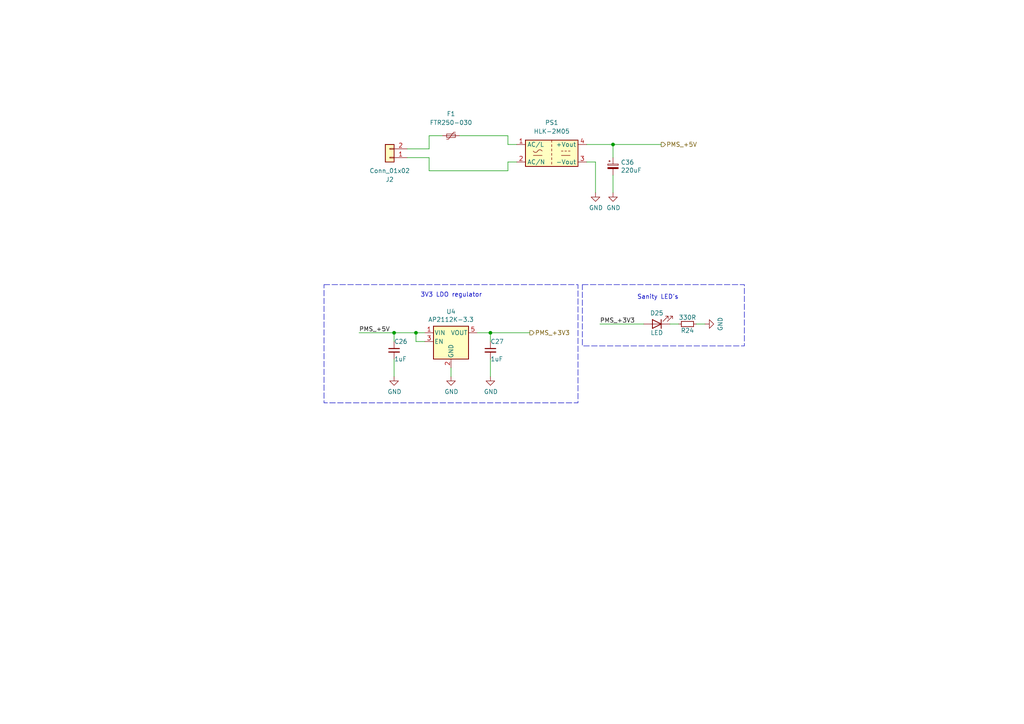
<source format=kicad_sch>
(kicad_sch (version 20231120) (generator "eeschema") (generator_version "8.0")
  (paper "A4")
  (title_block (title "teste_kicad") (date "2024-MM-DD") (rev "1") (company "Gabriel"))
  (lib_symbols
    (symbol "Connector_Generic:Conn_01x02" (pin_names (offset 1.016) hide)
      (property "Reference" "J" (at 0 2.54 0))
      (property "Value" "Conn_01x02" (at 0 -5.08 0))
      (symbol "Conn_01x02_1_1"
        (rectangle (start -1.27 -2.413) (end 0 -2.667) (stroke (width 0.1524)))
        (rectangle (start -1.27 0.127) (end 0 -0.127) (stroke (width 0.1524)))
        (rectangle (start -1.27 1.27) (end 1.27 -3.81) (stroke (width 0.254)) (fill (type background)))
        (pin passive line (at -5.08 0 0) (length 3.81) (name "Pin_1") (number "1"))
        (pin passive line (at -5.08 -2.54 0) (length 3.81) (name "Pin_2") (number "2"))
      )
    )
    (symbol "Converter_ACDC:HLK-2M05"
      (property "Reference" "PS" (at 0 5.08 0))
      (property "Value" "HLK-2M05" (at 0 -5.08 0))
      (symbol "HLK-2M05_0_1"
        (rectangle (start -7.62 3.81) (end 7.62 -3.81) (stroke (width 0.254)) (fill (type background)))
        (arc (start -5.334 0.635) (mid -4.699 0.2495) (end -4.064 0.635))
        (arc (start -2.794 0.635) (mid -3.429 1.0072) (end -4.064 0.635))
        (polyline (pts (xy -5.334 -0.635) (xy -2.794 -0.635)))
        (polyline (pts (xy 0 -2.54) (xy 0 -3.175)))
        (polyline (pts (xy 0 -1.27) (xy 0 -1.905)))
        (polyline (pts (xy 0 0) (xy 0 -0.635)))
        (polyline (pts (xy 0 1.27) (xy 0 0.635)))
        (polyline (pts (xy 0 2.54) (xy 0 1.905)))
        (polyline (pts (xy 0 3.81) (xy 0 3.175)))
        (polyline (pts (xy 2.794 -0.635) (xy 5.334 -0.635)))
        (polyline (pts (xy 2.794 0.635) (xy 3.302 0.635)))
        (polyline (pts (xy 3.81 0.635) (xy 4.318 0.635)))
        (polyline (pts (xy 4.826 0.635) (xy 5.334 0.635)))
      )
      (symbol "HLK-2M05_1_1"
        (pin power_in line (at -10.16 2.54 0) (length 2.54) (name "AC/L") (number "1"))
        (pin power_in line (at -10.16 -2.54 0) (length 2.54) (name "AC/N") (number "2"))
        (pin power_out line (at 10.16 -2.54 180) (length 2.54) (name "-Vout") (number "3"))
        (pin power_out line (at 10.16 2.54 180) (length 2.54) (name "+Vout") (number "4"))
      )
    )
    (symbol "Device:CP_Small" (pin_numbers hide) (pin_names (offset 0.254) hide)
      (property "Reference" "C" (at 0.254 1.778 0))
      (property "Value" "CP_Small" (at 0.254 -2.032 0))
      (symbol "CP_Small_0_1"
        (rectangle (start -1.524 -0.3048) (end 1.524 -0.6858) (fill (type outline)))
        (rectangle (start -1.524 0.6858) (end 1.524 0.3048))
        (polyline (pts (xy -1.27 1.524) (xy -0.762 1.524)))
        (polyline (pts (xy -1.016 1.27) (xy -1.016 1.778)))
      )
      (symbol "CP_Small_1_1"
        (pin passive line (at 0 2.54 270) (length 1.8542) (name "~") (number "1"))
        (pin passive line (at 0 -2.54 90) (length 1.8542) (name "~") (number "2"))
      )
    )
    (symbol "Device:C_Small" (pin_numbers hide) (pin_names (offset 0.254) hide)
      (property "Reference" "C" (at 0.254 1.778 0))
      (property "Value" "C_Small" (at 0.254 -2.032 0))
      (symbol "C_Small_0_1"
        (polyline (pts (xy -1.524 -0.508) (xy 1.524 -0.508)) (stroke (width 0.3302)))
        (polyline (pts (xy -1.524 0.508) (xy 1.524 0.508)) (stroke (width 0.3048)))
      )
      (symbol "C_Small_1_1"
        (pin passive line (at 0 2.54 270) (length 2.032) (name "~") (number "1"))
        (pin passive line (at 0 -2.54 90) (length 2.032) (name "~") (number "2"))
      )
    )
    (symbol "Device:LED" (pin_numbers hide) (pin_names (offset 1.016) hide)
      (property "Reference" "D" (at 0 2.54 0))
      (property "Value" "LED" (at 0 -2.54 0))
      (symbol "LED_0_1"
        (polyline (pts (xy -1.27 -1.27) (xy -1.27 1.27)) (stroke (width 0.254)))
        (polyline (pts (xy -1.27 0) (xy 1.27 0)))
        (polyline (pts (xy 1.27 -1.27) (xy 1.27 1.27) (xy -1.27 0) (xy 1.27 -1.27)) (stroke (width 0.254)))
        (polyline (pts (xy -3.048 -0.762) (xy -4.572 -2.286) (xy -3.81 -2.286) (xy -4.572 -2.286) (xy -4.572 -1.524)))
        (polyline (pts (xy -1.778 -0.762) (xy -3.302 -2.286) (xy -2.54 -2.286) (xy -3.302 -2.286) (xy -3.302 -1.524)))
      )
      (symbol "LED_1_1"
        (pin passive line (at -3.81 0 0) (length 2.54) (name "K") (number "1"))
        (pin passive line (at 3.81 0 180) (length 2.54) (name "A") (number "2"))
      )
    )
    (symbol "Device:Polyfuse_Small" (pin_numbers hide) (pin_names (offset 0))
      (property "Reference" "F" (at -1.905 0 90))
      (property "Value" "Polyfuse_Small" (at 1.905 0 90))
      (symbol "Polyfuse_Small_0_1"
        (rectangle (start -0.508 1.27) (end 0.508 -1.27))
        (polyline (pts (xy 0 2.54) (xy 0 -2.54)))
        (polyline (pts (xy -1.016 1.27) (xy -1.016 0.762) (xy 1.016 -0.762) (xy 1.016 -1.27)))
      )
      (symbol "Polyfuse_Small_1_1"
        (pin passive line (at 0 2.54 270) (length 0.635) (name "~") (number "1"))
        (pin passive line (at 0 -2.54 90) (length 0.635) (name "~") (number "2"))
      )
    )
    (symbol "device:R_Small" (pin_numbers hide) (pin_names (offset 0.254) hide)
      (property "Reference" "R" (at 0.762 0.508 0))
      (property "Value" "R_Small" (at 0.762 -1.016 0))
      (symbol "R_Small_0_1"
        (rectangle (start -0.762 1.778) (end 0.762 -1.778) (stroke (width 0.2032)))
      )
      (symbol "R_Small_1_1"
        (pin passive line (at 0 2.54 270) (length 0.762) (name "~") (number "1"))
        (pin passive line (at 0 -2.54 90) (length 0.762) (name "~") (number "2"))
      )
    )
    (symbol "fz60-rescue:AP2112K-3.3-Regulator_Linear" (pin_names (offset 0.254))
      (property "Reference" "U" (at -5.08 5.715 0))
      (property "Value" "AP2112K-3.3-Regulator_Linear" (at 0 5.715 0))
      (symbol "AP2112K-3.3-Regulator_Linear_0_1"
        (rectangle (start -5.08 4.445) (end 5.08 -5.08) (stroke (width 0.254)) (fill (type background)))
      )
      (symbol "AP2112K-3.3-Regulator_Linear_1_1"
        (pin power_in line (at -7.62 2.54 0) (length 2.54) (name "VIN") (number "1"))
        (pin power_in line (at 0 -7.62 90) (length 2.54) (name "GND") (number "2"))
        (pin input line (at -7.62 0 0) (length 2.54) (name "EN") (number "3"))
        (pin no_connect line (at 7.62 0 180) (length 2.54) hide (name "NC") (number "4"))
        (pin power_out line (at 7.62 2.54 180) (length 2.54) (name "VOUT") (number "5"))
      )
    )
    (symbol "power:GND" (power) (pin_names (offset 0))
      (property "Value" "GND" (at 0 -3.81 0))
      (symbol "GND_0_1"
        (polyline (pts (xy 0 0) (xy 0 -1.27) (xy 1.27 -1.27) (xy 0 -2.54) (xy -1.27 -1.27) (xy 0 -1.27)))
      )
      (symbol "GND_1_1"
        (pin power_in line (at 0 0 270) (length 0) hide (name "GND") (number "1"))
      )
    )
  )
  (junction (at 120.65 96.52))
  (junction (at 114.3 96.52))
  (junction (at 142.24 96.52))
  (junction (at 177.8 41.91))
  (wire (pts (xy 123.19 99.06) (xy 120.65 99.06)))
  (wire (pts (xy 104.14 96.52) (xy 114.3 96.52)))
  (wire (pts (xy 124.46 39.37) (xy 124.46 43.18)))
  (wire (pts (xy 149.86 41.91) (xy 147.32 41.91)))
  (wire (pts (xy 173.99 93.98) (xy 186.69 93.98)))
  (wire (pts (xy 177.8 41.91) (xy 191.77 41.91)))
  (wire (pts (xy 170.18 41.91) (xy 177.8 41.91)))
  (wire (pts (xy 124.46 43.18) (xy 118.11 43.18)))
  (wire (pts (xy 172.72 55.88) (xy 172.72 46.99)))
  (wire (pts (xy 124.46 39.37) (xy 128.27 39.37)))
  (wire (pts (xy 147.32 41.91) (xy 147.32 39.37)))
  (wire (pts (xy 133.35 39.37) (xy 147.32 39.37)))
  (wire (pts (xy 149.86 46.99) (xy 147.32 46.99)))
  (wire (pts (xy 201.93 93.98) (xy 204.47 93.98)))
  (wire (pts (xy 177.8 45.72) (xy 177.8 41.91)))
  (wire (pts (xy 177.8 55.88) (xy 177.8 50.8)))
  (wire (pts (xy 142.24 96.52) (xy 153.67 96.52)))
  (wire (pts (xy 114.3 99.06) (xy 114.3 96.52)))
  (wire (pts (xy 120.65 99.06) (xy 120.65 96.52)))
  (wire (pts (xy 124.46 45.72) (xy 118.11 45.72)))
  (wire (pts (xy 142.24 96.52) (xy 142.24 99.06)))
  (wire (pts (xy 114.3 109.22) (xy 114.3 104.14)))
  (wire (pts (xy 124.46 49.53) (xy 124.46 45.72)))
  (wire (pts (xy 194.31 93.98) (xy 196.85 93.98)))
  (wire (pts (xy 138.43 96.52) (xy 142.24 96.52)))
  (wire (pts (xy 172.72 46.99) (xy 170.18 46.99)))
  (wire (pts (xy 130.81 109.22) (xy 130.81 106.68)))
  (wire (pts (xy 124.46 49.53) (xy 147.32 49.53)))
  (wire (pts (xy 123.19 96.52) (xy 120.65 96.52)))
  (wire (pts (xy 147.32 46.99) (xy 147.32 49.53)))
  (wire (pts (xy 142.24 109.22) (xy 142.24 104.14)))
  (wire (pts (xy 114.3 96.52) (xy 120.65 96.52)))
  (rectangle (start 168.91 82.55) (end 215.9 100.33) (stroke (width 0) (type dash)))
  (rectangle (start 93.98 82.55) (end 167.64 116.84) (stroke (width 0) (type dash)))
  (text "Sanity LED's" (at 184.785 86.995 0) (effects (font (size 1.27 1.27)) (justify left bottom)))
  (text "3V3 LDO regulator" (at 121.92 86.36 0) (effects (font (size 1.27 1.27)) (justify left bottom)))
  (label "PMS_+3V3" (at 173.99 93.98 0))
  (label "PMS_+5V" (at 104.14 96.52 0))
  (hierarchical_label "PMS_+5V" (shape output) (at 191.77 41.91 0))
  (hierarchical_label "PMS_+3V3" (shape output) (at 153.67 96.52 0))
  (symbol (lib_id "device:R_Small") (at 199.39 93.98 90) (unit 1)
    (property "Reference" "R24" (at 199.39 95.885 90))
    (property "Value" "330R" (at 199.39 92.075 90))
    (property "Footprint" "Resistor_SMD:R_0402_1005Metric" (effects (hide yes)))
  )
  (symbol (lib_id "Device:C_Small") (at 114.3 101.6 0) (unit 1)
    (property "Reference" "C26" (at 114.3 99.06 0) (effects (justify left)))
    (property "Value" "1uF" (at 114.3 104.14 0) (effects (justify left)))
    (property "Footprint" "Capacitor_SMD:C_0402_1005Metric" (effects (hide yes)))
  )
  (symbol (lib_id "Device:CP_Small") (at 177.8 48.26 0) (unit 1)
    (property "Reference" "C36" (at 180.0352 47.0916 0) (effects (justify left)))
    (property "Value" "220uF" (at 180.0352 49.403 0) (effects (justify left)))
    (property "Footprint" "Capacitor_SMD:CP_Elec_8x10" (effects (hide yes)))
  )
  (symbol (lib_id "Device:C_Small") (at 142.24 101.6 0) (unit 1)
    (property "Reference" "C27" (at 142.24 99.06 0) (effects (justify left)))
    (property "Value" "1uF" (at 142.24 104.14 0) (effects (justify left)))
    (property "Footprint" "Capacitor_SMD:C_0402_1005Metric" (effects (hide yes)))
  )
  (symbol (lib_id "fz60-rescue:AP2112K-3.3-Regulator_Linear") (at 130.81 99.06 0) (unit 1)
    (property "Reference" "U4" (at 130.81 90.3732 0))
    (property "Value" "AP2112K-3.3" (at 130.81 92.6846 0))
    (property "Footprint" "Package_TO_SOT_SMD:SOT-23-5" (effects (hide yes)))
    (property "Datasheet" "https://www.diodes.com/assets/Datasheets/AP2112.pdf" (effects (hide yes)))
    (property "LCSC Part" "C3021085" (effects (hide yes)))
  )
  (symbol (lib_id "power:GND") (at 172.72 55.88 0) (unit 1)
    (property "Reference" "#PWR017" (effects (hide yes)))
    (property "Value" "GND" (at 172.847 60.2742 0))
  )
  (symbol (lib_id "power:GND") (at 177.8 55.88 0) (unit 1)
    (property "Reference" "#PWR016" (effects (hide yes)))
    (property "Value" "GND" (at 177.927 60.2742 0))
  )
  (symbol (lib_id "Converter_ACDC:HLK-2M05") (at 160.02 44.45 0) (unit 1)
    (property "Reference" "PS1" (at 160.02 35.56 0))
    (property "Value" "HLK-2M05" (at 160.02 38.1 0))
    (property "Footprint" "Converter_ACDC:Converter_ACDC_Hi-Link_HLK-2Mxx" (effects (hide yes)))
    (property "Datasheet" "https://h.hlktech.com/download/ACDC%E7%94%B5%E6%BA%90%E6%A8%A1%E5%9D%972W%E7%B3%BB%E5%88%97/1/%E6%B5%B7%E5%87%8C%E7%A7%912W%E7%B3%BB%E5%88%97%E7%94%B5%E6%BA%90%E6%A8%A1%E5%9D%97%E8%AF%B4%E6%98%8E%E4%B9%A6V2.6.pdf" (effects (hide yes)))
    (property "Description" "Compact AC/DC board mount power module 2W 5V" (effects (hide yes)))
  )
  (symbol (lib_id "power:GND") (at 142.24 109.22 0) (unit 1)
    (property "Reference" "#PWR0161" (effects (hide yes)))
    (property "Value" "GND" (at 142.367 113.6142 0))
  )
  (symbol (lib_id "Connector_Generic:Conn_01x02") (at 113.03 45.72 180) (unit 1)
    (property "Reference" "J2" (at 113.03 52.07 0))
    (property "Value" "Conn_01x02" (at 113.03 49.53 0))
    (property "Footprint" "teste_kicadLibrary:DB-8-5DP9" (effects (hide yes)))
    (property "Description" "Generic connector, single row, 01x02, script generated (kicad-library-utils/schlib/autogen/connector/)" (effects (hide yes)))
  )
  (symbol (lib_id "Device:Polyfuse_Small") (at 130.81 39.37 90) (unit 1)
    (property "Reference" "F1" (at 130.81 33.02 90))
    (property "Value" "FTR250-030" (at 130.81 35.56 90))
    (property "Footprint" "Fuse:Fuse_Bourns_MF-RG300" (effects (hide yes)))
    (property "Datasheet" "https://datasheet.lcsc.com/lcsc/2312041533_FTR-FTR250-030_C693574.pdf?_gl=1*rid7ut*_ga*NzgzOTYwNTQxLjE3MDY1MzA1NTQ.*_ga_98M84MKSZH*MTcxMTkzODA5MC4xMi4xLjE3MTE5MzgzNDIuMzMuMC4w" (effects (hide yes)))
    (property "Description" "Resettable fuse, polymeric positive temperature coefficient, small symbol" (effects (hide yes)))
    (property "LCSC Part" "C693574" (effects (hide yes)))
  )
  (symbol (lib_id "Device:LED") (at 190.5 93.98 180) (unit 1)
    (property "Reference" "D25" (at 190.5 90.805 0))
    (property "Value" "LED" (at 190.5 96.52 0))
    (property "Footprint" "LED_SMD:LED_0603_1608Metric" (effects (hide yes)))
    (property "Datasheet" "https://datasheet.lcsc.com/lcsc/2008201032_Foshan-NationStar-Optoelectronics-NCD0805R1_C84256.pdf" (effects (hide yes)))
    (property "LCSC Part" "C84256" (effects (hide yes)))
    (property "Mfr. Part #" "NCD0805R1" (effects (hide yes)))
  )
  (symbol (lib_id "power:GND") (at 130.81 109.22 0) (unit 1)
    (property "Reference" "#PWR0162" (effects (hide yes)))
    (property "Value" "GND" (at 130.937 113.6142 0))
  )
  (symbol (lib_id "power:GND") (at 114.3 109.22 0) (unit 1)
    (property "Reference" "#PWR0160" (effects (hide yes)))
    (property "Value" "GND" (at 114.427 113.6142 0))
  )
  (symbol (lib_id "power:GND") (at 204.47 93.98 90) (unit 1)
    (property "Reference" "#PWR0131" (effects (hide yes)))
    (property "Value" "GND" (at 208.915 93.98 0))
  )
)
</source>
